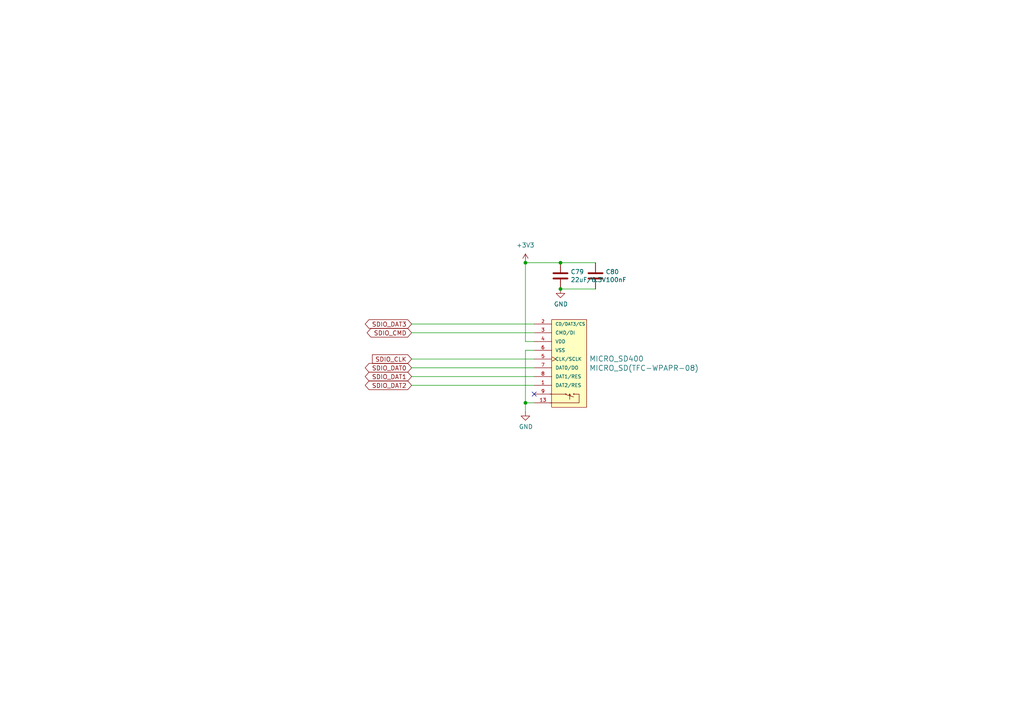
<source format=kicad_sch>
(kicad_sch (version 20231120) (generator "eeschema") (generator_version "8.0")
  (paper "A4")
  (title_block (title "Storage") (date "2024-10-05") (rev "R0.12") (company "Copyright 2024 Anhang Li, Wenting Zhang") (comment 2 "MERCHANTABILITY, SATISFACTORY QUALITY AND FITNESS FOR A PARTICULAR PURPOSE.") (comment 3 "This source is distributed WITHOUT ANY EXPRESS OR IMPLIED WARRANTY, INCLUDING OF") (comment 4 "This source describes Open Hardware and is licensed under the CERN-OHL-P v2."))
  (lib_symbols
    (symbol "Device:C" (pin_numbers hide) (pin_names (offset 0.254))
      (property "Reference" "C" (at 0.635 2.54 0))
      (property "Value" "C" (at 0.635 -2.54 0))
      (symbol "C_0_1"
        (polyline (pts (xy -2.032 -0.762) (xy 2.032 -0.762)) (stroke (width 0.508)))
        (polyline (pts (xy -2.032 0.762) (xy 2.032 0.762)) (stroke (width 0.508)))
      )
      (symbol "C_1_1"
        (pin passive line (at 0 3.81 270) (length 2.794) (name "~") (number "1"))
        (pin passive line (at 0 -3.81 90) (length 2.794) (name "~") (number "2"))
      )
    )
    (symbol "Sitina:MICRO_SD(TFC-WPAPR-08)" (pin_names (offset 1.016))
      (property "Reference" "MICRO_SD" (at 2.54 15.24 0))
      (property "Value" "MICRO_SD(TFC-WPAPR-08)" (at 0 -12.7 0))
      (symbol "MICRO_SD(TFC-WPAPR-08)_0_0"
        (rectangle (start -2.54 13.97) (end 7.62 -11.43) (fill (type background)))
        (polyline (pts (xy 2.6416 -7.5946) (xy 2.4638 -7.8994)))
        (polyline (pts (xy 2.6924 -7.6962) (xy 2.6924 -9.1694)))
        (polyline (pts (xy 2.667 -7.5438) (xy 2.921 -7.9756) (xy 2.8956 -7.9756)))
      )
      (symbol "MICRO_SD(TFC-WPAPR-08)_0_1"
        (polyline (pts (xy -3.048 -7.6454) (xy 1.2954 -7.6454)))
        (polyline (pts (xy 1.7018 -7.7978) (xy 3.81 -8.4582)))
        (polyline (pts (xy -3.1496 -10.16) (xy 5.4102 -10.16) (xy 5.4102 -7.6454) (xy 4.1402 -7.6454)))
        (circle (center 1.5494 -7.6454) (radius 0.1524))
        (circle (center 3.8862 -7.62) (radius 0.1524))
      )
      (symbol "MICRO_SD(TFC-WPAPR-08)_1_1"
        (pin bidirectional line (at -7.62 -5.08 0) (length 5.08) (name "DAT2/RES") (number "1"))
        (pin passive line (at -7.62 -10.16 0) (length 5.08) hide (name "~") (number "10"))
        (pin passive line (at -7.62 -10.16 0) (length 5.08) hide (name "~") (number "11"))
        (pin passive line (at -7.62 -10.16 0) (length 5.08) hide (name "~") (number "12"))
        (pin passive line (at -7.62 -10.16 0) (length 5.08) (name "~") (number "13"))
        (pin bidirectional line (at -7.62 12.7 0) (length 5.08) (name "CD/DAT3/CS") (number "2"))
        (pin input line (at -7.62 10.16 0) (length 5.08) (name "CMD/DI") (number "3"))
        (pin power_in line (at -7.62 7.62 0) (length 5.08) (name "VDD") (number "4"))
        (pin input clock (at -7.62 2.54 0) (length 5.08) (name "CLK/SCLK") (number "5"))
        (pin power_in line (at -7.62 5.08 0) (length 5.08) (name "VSS") (number "6"))
        (pin bidirectional line (at -7.62 0 0) (length 5.08) (name "DAT0/DO") (number "7"))
        (pin bidirectional line (at -7.62 -2.54 0) (length 5.08) (name "DAT1/RES") (number "8"))
        (pin passive line (at -7.62 -7.62 0) (length 5.08) (name "~") (number "9"))
      )
    )
    (symbol "power:+3V3" (power) (pin_numbers hide) (pin_names (offset 0) hide)
      (property "Value" "+3V3" (at 0 3.556 0))
      (symbol "+3V3_0_1"
        (polyline (pts (xy -0.762 1.27) (xy 0 2.54)))
        (polyline (pts (xy 0 0) (xy 0 2.54)))
        (polyline (pts (xy 0 2.54) (xy 0.762 1.27)))
      )
      (symbol "+3V3_1_1"
        (pin power_in line (at 0 0 90) (length 0) (name "~") (number "1"))
      )
    )
    (symbol "power:GND" (power) (pin_names (offset 0))
      (property "Value" "GND" (at 0 -3.81 0))
      (symbol "GND_0_1"
        (polyline (pts (xy 0 0) (xy 0 -1.27) (xy 1.27 -1.27) (xy 0 -2.54) (xy -1.27 -1.27) (xy 0 -1.27)))
      )
      (symbol "GND_1_1"
        (pin power_in line (at 0 0 270) (length 0) hide (name "GND") (number "1"))
      )
    )
  )
  (junction (at 162.56 83.82) (diameter 0.9144))
  (junction (at 162.56 76.2) (diameter 0.9144))
  (junction (at 152.4 116.84))
  (junction (at 152.4 76.2))
  (no_connect (at 154.94 114.3))
  (wire (pts (xy 152.4 116.84) (xy 154.94 116.84)))
  (wire (pts (xy 152.4 76.2) (xy 162.56 76.2)))
  (wire (pts (xy 154.94 101.6) (xy 152.4 101.6)))
  (wire (pts (xy 119.38 111.76) (xy 154.94 111.76)))
  (wire (pts (xy 152.4 99.06) (xy 154.94 99.06)))
  (wire (pts (xy 119.38 104.14) (xy 154.94 104.14)))
  (wire (pts (xy 172.72 83.82) (xy 162.56 83.82)))
  (wire (pts (xy 119.38 106.68) (xy 154.94 106.68)))
  (wire (pts (xy 152.4 116.84) (xy 152.4 119.38)))
  (wire (pts (xy 119.38 93.98) (xy 154.94 93.98)))
  (wire (pts (xy 172.72 76.2) (xy 162.56 76.2)))
  (wire (pts (xy 119.38 96.52) (xy 154.94 96.52)))
  (wire (pts (xy 119.38 109.22) (xy 154.94 109.22)))
  (wire (pts (xy 152.4 101.6) (xy 152.4 116.84)))
  (wire (pts (xy 152.4 76.2) (xy 152.4 99.06)))
  (global_label "SDIO_DAT1" (shape bidirectional) (at 119.38 109.22 180) (property "Intersheetrefs" "${INTERSHEET_REFS}" (effects (hide yes))))
  (global_label "SDIO_DAT2" (shape bidirectional) (at 119.38 111.76 180) (property "Intersheetrefs" "${INTERSHEET_REFS}" (effects (hide yes))))
  (global_label "SDIO_DAT0" (shape bidirectional) (at 119.38 106.68 180) (property "Intersheetrefs" "${INTERSHEET_REFS}" (effects (hide yes))))
  (global_label "SDIO_CMD" (shape bidirectional) (at 119.38 96.52 180) (property "Intersheetrefs" "${INTERSHEET_REFS}" (effects (hide yes))))
  (global_label "SDIO_DAT3" (shape bidirectional) (at 119.38 93.98 180) (property "Intersheetrefs" "${INTERSHEET_REFS}" (effects (hide yes))))
  (global_label "SDIO_CLK" (shape input) (at 119.38 104.14 180) (property "Intersheetrefs" "${INTERSHEET_REFS}" (effects (hide yes))))
  (symbol (lib_id "power:+3V3") (at 152.4 76.2 0) (unit 1)
    (property "Reference" "#PWR063" (effects (hide yes)))
    (property "Value" "+3V3" (at 152.4 71.12 0))
    (property "Description" "Power symbol creates a global label with name \"+3V3\"" (effects (hide yes)))
  )
  (symbol (lib_id "power:GND") (at 152.4 119.38 0) (unit 1)
    (property "Reference" "#PWR064" (effects (hide yes)))
    (property "Value" "GND" (at 152.527 123.7742 0))
  )
  (symbol (lib_id "Device:C") (at 172.72 80.01 0) (unit 1)
    (property "Reference" "C80" (at 175.641 78.842 0) (effects (justify left)))
    (property "Value" "100nF" (at 175.641 81.153 0) (effects (justify left)))
    (property "Footprint" "Capacitor_SMD:C_0402_1005Metric" (effects (hide yes)))
  )
  (symbol (lib_id "power:GND") (at 162.56 83.82 0) (unit 1)
    (property "Reference" "#PWR065" (effects (hide yes)))
    (property "Value" "GND" (at 162.687 88.2142 0))
  )
  (symbol (lib_id "Device:C") (at 162.56 80.01 0) (unit 1)
    (property "Reference" "C79" (at 165.481 78.842 0) (effects (justify left)))
    (property "Value" "22uF/6.3V" (at 165.481 81.153 0) (effects (justify left)))
    (property "Footprint" "Capacitor_SMD:C_0603_1608Metric" (effects (hide yes)))
  )
  (symbol (lib_id "Sitina:MICRO_SD(TFC-WPAPR-08)") (at 162.56 106.68 0) (unit 1)
    (property "Reference" "MICRO_SD400" (at 170.8912 104.0638 0) (effects (font (size 1.524 1.524)) (justify left)))
    (property "Value" "MICRO_SD(TFC-WPAPR-08)" (at 170.8912 106.7562 0) (effects (font (size 1.524 1.524)) (justify left)))
    (property "Footprint" "footprints:TFC-WPAPR-08" (effects (hide yes)))
    (instances (project "Sitina" (path "" (reference "MICRO_SD400") (unit 1))) (project "pcb" (path "" (reference "MICRO_SD1") (unit 1))))
  )
)
</source>
